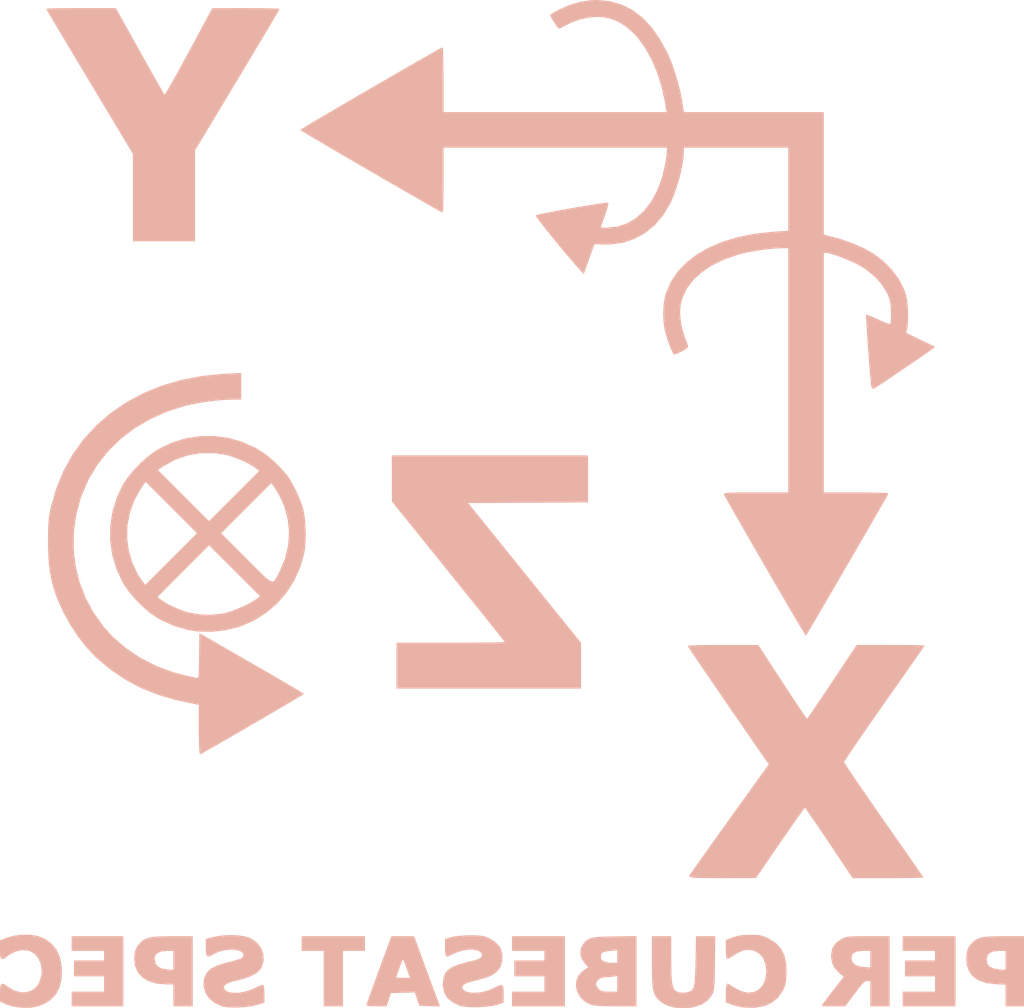
<source format=kicad_pcb>

(kicad_pcb (version 4) (host pcbnew 4.0.7)

	(general
		(links 0)
		(no_connects 0)
		(area 77.052499 41.877835 92.193313 53.630501)
		(thickness 1.6)
		(drawings 8)
		(tracks 0)
		(zones 0)
		(modules 1)
		(nets 1)
	)

	(page A4)
	(layers
		(0 F.Cu signal)
		(31 B.Cu signal)
		(32 B.Adhes user)
		(33 F.Adhes user)
		(34 B.Paste user)
		(35 F.Paste user)
		(36 B.SilkS user)
		(37 F.SilkS user)
		(38 B.Mask user)
		(39 F.Mask user)
		(40 Dwgs.User user)
		(41 Cmts.User user)
		(42 Eco1.User user)
		(43 Eco2.User user)
		(44 Edge.Cuts user)
		(45 Margin user)
		(46 B.CrtYd user)
		(47 F.CrtYd user)
		(48 B.Fab user)
		(49 F.Fab user)
	)

	(setup
		(last_trace_width 0.25)
		(trace_clearance 0.2)
		(zone_clearance 0.508)
		(zone_45_only no)
		(trace_min 0.2)
		(segment_width 0.2)
		(edge_width 0.15)
		(via_size 0.6)
		(via_drill 0.4)
		(via_min_size 0.4)
		(via_min_drill 0.3)
		(uvia_size 0.3)
		(uvia_drill 0.1)
		(uvias_allowed no)
		(uvia_min_size 0.2)
		(uvia_min_drill 0.1)
		(pcb_text_width 0.3)
		(pcb_text_size 1.5 1.5)
		(mod_edge_width 0.15)
		(mod_text_size 1 1)
		(mod_text_width 0.15)
		(pad_size 1.524 1.524)
		(pad_drill 0.762)
		(pad_to_mask_clearance 0.2)
		(aux_axis_origin 0 0)
		(visible_elements FFFFFF7F)
		(pcbplotparams
			(layerselection 0x010f0_80000001)
			(usegerberextensions false)
			(excludeedgelayer true)
			(linewidth 0.100000)
			(plotframeref false)
			(viasonmask false)
			(mode 1)
			(useauxorigin false)
			(hpglpennumber 1)
			(hpglpenspeed 20)
			(hpglpendiameter 15)
			(hpglpenoverlay 2)
			(psnegative false)
			(psa4output false)
			(plotreference true)
			(plotvalue true)
			(plotinvisibletext false)
			(padsonsilk false)
			(subtractmaskfromsilk false)
			(outputformat 1)
			(mirror false)
			(drillshape 1)
			(scaleselection 1)
			(outputdirectory gerbers/))
	)

	(net 0 "")

	(net_class Default "This is the default net class."
		(clearance 0.2)
		(trace_width 0.25)
		(via_dia 0.6)
		(via_drill 0.4)
		(uvia_dia 0.3)
		(uvia_drill 0.1)
	)
(module LOGO (layer F.Cu)
  (at 0 0)
 (fp_text reference "G***" (at 0 0) (layer F.SilkS) hide
  (effects (font (thickness 0.3)))
  )
  (fp_text value "LOGO" (at 0.75 0) (layer F.SilkS) hide
  (effects (font (thickness 0.3)))
  )
  (fp_poly (pts (xy -6.211839 4.125176) (xy -6.125279 4.139888) (xy -6.062319 4.163345) (xy -5.985969 4.215472) (xy -5.928754 4.284224) (xy -5.890630 4.369676) (xy -5.871553 4.471901) (xy -5.870220 4.490610)
     (xy -5.872760 4.601234) (xy -5.894018 4.694956) (xy -5.934275 4.772346) (xy -5.993814 4.833978) (xy -6.060303 4.874644) (xy -6.135241 4.903395) (xy -6.212463 4.917263) (xy -6.300093 4.917339)
     (xy -6.346299 4.913023) (xy -6.400519 4.903459) (xy -6.454778 4.888786) (xy -6.482824 4.878341) (xy -6.540500 4.852828) (xy -6.540500 4.756864) (xy -6.538904 4.702573) (xy -6.532676 4.671323)
     (xy -6.519659 4.660871) (xy -6.497696 4.668979) (xy -6.472966 4.686747) (xy -6.399363 4.732509) (xy -6.326980 4.755452) (xy -6.258793 4.756846) (xy -6.197783 4.737960) (xy -6.146925 4.700065)
     (xy -6.109199 4.644430) (xy -6.087583 4.572325) (xy -6.083579 4.520715) (xy -6.093213 4.440098) (xy -6.120953 4.374021) (xy -6.164025 4.324471) (xy -6.219651 4.293436) (xy -6.285055 4.282902)
     (xy -6.357462 4.294859) (xy -6.384803 4.305092) (xy -6.425619 4.325286) (xy -6.459161 4.346461) (xy -6.471713 4.357274) (xy -6.497304 4.376017) (xy -6.517069 4.381500) (xy -6.528944 4.378778)
     (xy -6.535988 4.367208) (xy -6.539413 4.341685) (xy -6.540432 4.297103) (xy -6.540453 4.283075) (xy -6.540405 4.184650) (xy -6.484407 4.161623) (xy -6.399095 4.136012) (xy -6.305675 4.123873)
     (xy -6.211839 4.125176) )(layer B.SilkS) (width  0.010000)
  )
  (fp_poly (pts (xy 0.825570 4.384675) (xy 0.826328 4.487947) (xy 0.828841 4.568906) (xy 0.833570 4.630605) (xy 0.840976 4.676098) (xy 0.851519 4.708438) (xy 0.865659 4.730678) (xy 0.879619 4.743075)
     (xy 0.917942 4.757892) (xy 0.967547 4.761823) (xy 1.016576 4.754456) (xy 1.033051 4.748399) (xy 1.052975 4.737095) (xy 1.068427 4.721444) (xy 1.080048 4.698259) (xy 1.088479 4.664353)
     (xy 1.094361 4.616538) (xy 1.098333 4.551627) (xy 1.101038 4.466432) (xy 1.102328 4.403725) (xy 1.107119 4.140200) (xy 1.309788 4.140200) (xy 1.305769 4.435475) (xy 1.304422 4.529517)
     (xy 1.303013 4.601799) (xy 1.301152 4.655960) (xy 1.298450 4.695636) (xy 1.294518 4.724466) (xy 1.288968 4.746088) (xy 1.281409 4.764140) (xy 1.271454 4.782260) (xy 1.268070 4.788036)
     (xy 1.224133 4.842824) (xy 1.164316 4.882452) (xy 1.085485 4.908826) (xy 1.061292 4.913783) (xy 1.003905 4.922808) (xy 0.956940 4.925409) (xy 0.907700 4.921635) (xy 0.860998 4.914541)
     (xy 0.794754 4.895849) (xy 0.733750 4.865154) (xy 0.686714 4.827172) (xy 0.676416 4.814770) (xy 0.659458 4.789123) (xy 0.646409 4.761831) (xy 0.636771 4.729249) (xy 0.630048 4.687732)
     (xy 0.625743 4.633636) (xy 0.623359 4.563316) (xy 0.622400 4.473128) (xy 0.622300 4.417704) (xy 0.622300 4.140200) (xy 0.825500 4.140200) (xy 0.825570 4.384675) )(layer B.SilkS) (width  0.010000)
  )
  (fp_poly (pts (xy 1.757527 4.125278) (xy 1.799935 4.128792) (xy 1.835120 4.137083) (xy 1.872156 4.151978) (xy 1.899616 4.165128) (xy 1.975754 4.213093) (xy 2.032233 4.273293) (xy 2.069996 4.347612)
     (xy 2.089988 4.437936) (xy 2.093153 4.546148) (xy 2.092933 4.551089) (xy 2.088376 4.615362) (xy 2.080556 4.663133) (xy 2.067563 4.703266) (xy 2.053813 4.732640) (xy 2.001984 4.807399)
     (xy 1.933474 4.863369) (xy 1.849040 4.900230) (xy 1.749439 4.917663) (xy 1.635427 4.915346) (xy 1.624690 4.914181) (xy 1.570900 4.904859) (xy 1.515882 4.890607) (xy 1.494515 4.883340)
     (xy 1.435100 4.860649) (xy 1.435100 4.760774) (xy 1.436436 4.714037) (xy 1.439984 4.679003) (xy 1.445050 4.661733) (xy 1.446523 4.660900) (xy 1.462374 4.667522) (xy 1.492104 4.684744)
     (xy 1.523307 4.704884) (xy 1.599156 4.744327) (xy 1.671206 4.760163) (xy 1.736741 4.753788) (xy 1.793046 4.726594) (xy 1.837404 4.679977) (xy 1.867099 4.615332) (xy 1.879416 4.534052)
     (xy 1.879600 4.521949) (xy 1.869994 4.440532) (xy 1.842660 4.373592) (xy 1.799823 4.323261) (xy 1.743710 4.291671) (xy 1.676544 4.280953) (xy 1.632533 4.285302) (xy 1.597730 4.297055)
     (xy 1.554038 4.318724) (xy 1.523307 4.337515) (xy 1.487204 4.360654) (xy 1.459055 4.376586) (xy 1.446523 4.381500) (xy 1.441197 4.369809) (xy 1.437195 4.338763) (xy 1.435204 4.294397)
     (xy 1.435100 4.280812) (xy 1.435100 4.180124) (xy 1.508125 4.152675) (xy 1.559600 4.136935) (xy 1.615731 4.128114) (xy 1.686000 4.124820) (xy 1.698819 4.124715) (xy 1.757527 4.125278) )(layer B.SilkS) (width  0.010000)
  )
  (fp_poly (pts (xy -3.954911 4.129417) (xy -3.879411 4.137196) (xy -3.817287 4.151237) (xy -3.789373 4.162555) (xy -3.726127 4.207767) (xy -3.681398 4.265289) (xy -3.656494 4.330765) (xy -3.652725 4.399839)
     (xy -3.671398 4.468155) (xy -3.688347 4.498836) (xy -3.721962 4.532053) (xy -3.776215 4.563926) (xy -3.846363 4.592208) (xy -3.927661 4.614647) (xy -3.936716 4.616586) (xy -4.008066 4.634512)
     (xy -4.055973 4.654116) (xy -4.082387 4.676450) (xy -4.089400 4.699000) (xy -4.078194 4.728637) (xy -4.047417 4.749291) (xy -4.001333 4.760761) (xy -3.944206 4.762844) (xy -3.880300 4.755338)
     (xy -3.813878 4.738040) (xy -3.757149 4.714763) (xy -3.714382 4.694617) (xy -3.679724 4.679947) (xy -3.660083 4.673656) (xy -3.659217 4.673600) (xy -3.650908 4.686007) (xy -3.646106 4.722499)
     (xy -3.644900 4.768339) (xy -3.644900 4.863079) (xy -3.728788 4.888989) (xy -3.782120 4.900862) (xy -3.849519 4.909297) (xy -3.923147 4.914000) (xy -3.995169 4.914676) (xy -4.057747 4.911030)
     (xy -4.102183 4.903033) (xy -4.182164 4.868136) (xy -4.243609 4.818761) (xy -4.284810 4.756954) (xy -4.304057 4.684762) (xy -4.305300 4.659665) (xy -4.297365 4.594413) (xy -4.272287 4.541104)
     (xy -4.228156 4.497937) (xy -4.163064 4.463113) (xy -4.075103 4.434833) (xy -4.063861 4.432022) (xy -3.990264 4.413606) (xy -3.937850 4.399182) (xy -3.902961 4.387434) (xy -3.881942 4.377048)
     (xy -3.871135 4.366709) (xy -3.868672 4.361835) (xy -3.866945 4.330506) (xy -3.885640 4.306144) (xy -3.920648 4.289134) (xy -3.967857 4.279865) (xy -4.023159 4.278724) (xy -4.082441 4.286098)
     (xy -4.141594 4.302374) (xy -4.196507 4.327939) (xy -4.200832 4.330544) (xy -4.237409 4.350840) (xy -4.260638 4.355648) (xy -4.273485 4.342407) (xy -4.278910 4.308556) (xy -4.279900 4.262218)
     (xy -4.279900 4.168336) (xy -4.190744 4.146487) (xy -4.117671 4.133778) (xy -4.036695 4.128183) (xy -3.954911 4.129417) )(layer B.SilkS) (width  0.010000)
  )
  (fp_poly (pts (xy -1.288317 4.131751) (xy -1.237677 4.137463) (xy -1.224883 4.140386) (xy -1.162411 4.165582) (xy -1.106436 4.202161) (xy -1.064000 4.244842) (xy -1.046773 4.273929) (xy -1.030694 4.336340)
     (xy -1.030301 4.401840) (xy -1.045098 4.460778) (xy -1.057578 4.484094) (xy -1.092974 4.526275) (xy -1.138177 4.559165) (xy -1.198286 4.585595) (xy -1.278400 4.608397) (xy -1.283644 4.609639)
     (xy -1.356888 4.627896) (xy -1.408471 4.643556) (xy -1.441823 4.657978) (xy -1.460373 4.672517) (xy -1.465753 4.681670) (xy -1.467257 4.712421) (xy -1.448178 4.736134) (xy -1.412443 4.752442)
     (xy -1.363978 4.760977) (xy -1.306708 4.761372) (xy -1.244560 4.753259) (xy -1.181460 4.736270) (xy -1.127563 4.713327) (xy -1.076800 4.687980) (xy -1.044381 4.676508) (xy -1.026193 4.680914)
     (xy -1.018124 4.703199) (xy -1.016063 4.745366) (xy -1.016000 4.767656) (xy -1.016000 4.861712) (xy -1.076325 4.883528) (xy -1.122884 4.895239) (xy -1.185457 4.904019) (xy -1.257043 4.909636)
     (xy -1.330640 4.911856) (xy -1.399246 4.910444) (xy -1.455858 4.905167) (xy -1.489677 4.897335) (xy -1.568766 4.860022) (xy -1.624788 4.814466) (xy -1.659356 4.758421) (xy -1.674083 4.689637)
     (xy -1.674025 4.640618) (xy -1.666117 4.585921) (xy -1.648192 4.541833) (xy -1.617336 4.506084) (xy -1.570636 4.476403) (xy -1.505182 4.450519) (xy -1.418060 4.426161) (xy -1.390530 4.419571)
     (xy -1.326839 4.403610) (xy -1.284319 4.389589) (xy -1.259059 4.375433) (xy -1.247149 4.359067) (xy -1.244600 4.342137) (xy -1.255830 4.312575) (xy -1.286460 4.291742) (xy -1.331901 4.280019)
     (xy -1.387566 4.277787) (xy -1.448866 4.285425) (xy -1.511213 4.303315) (xy -1.543651 4.317348) (xy -1.585211 4.336844) (xy -1.618613 4.350762) (xy -1.636652 4.356099) (xy -1.636684 4.356100)
     (xy -1.645025 4.343713) (xy -1.649829 4.307366) (xy -1.651000 4.262980) (xy -1.651000 4.169861) (xy -1.603375 4.153903) (xy -1.558141 4.143640) (xy -1.496211 4.136015) (xy -1.425391 4.131306)
     (xy -1.353491 4.129792) (xy -1.288317 4.131751) )(layer B.SilkS) (width  0.010000)
  )
  (fp_poly (pts (xy -5.194300 4.902200) (xy -5.753100 4.902200) (xy -5.753100 4.749800) (xy -5.397500 4.749800) (xy -5.397500 4.572000) (xy -5.727700 4.572000) (xy -5.727700 4.406900) (xy -5.397500 4.406900)
     (xy -5.397500 4.292600) (xy -5.753100 4.292600) (xy -5.753100 4.140200) (xy -5.194300 4.140200) (xy -5.194300 4.902200) )(layer B.SilkS) (width  0.010000)
  )
  (fp_poly (pts (xy -4.432300 4.902200) (xy -4.635500 4.902200) (xy -4.635500 4.660900) (xy -4.722382 4.660900) (xy -4.825337 4.652169) (xy -4.911497 4.626549) (xy -4.979797 4.584894) (xy -5.029170 4.528059)
     (xy -5.058552 4.456900) (xy -5.066826 4.385945) (xy -4.851400 4.385945) (xy -4.840916 4.437562) (xy -4.809436 4.474982) (xy -4.756917 4.498234) (xy -4.683318 4.507349) (xy -4.683125 4.507354)
     (xy -4.635500 4.508500) (xy -4.635500 4.292600) (xy -4.709988 4.292600) (xy -4.776462 4.299662) (xy -4.822153 4.320734) (xy -4.846796 4.355639) (xy -4.851400 4.385945) (xy -5.066826 4.385945)
     (xy -5.067022 4.384267) (xy -5.058843 4.306923) (xy -5.032648 4.245325) (xy -4.992433 4.200420) (xy -4.964431 4.179858) (xy -4.933295 4.164455) (xy -4.894990 4.153514) (xy -4.845483 4.146336)
     (xy -4.780739 4.142223) (xy -4.696726 4.140475) (xy -4.645025 4.140270) (xy -4.432300 4.140200) (xy -4.432300 4.902200) )(layer B.SilkS) (width  0.010000)
  )
  (fp_poly (pts (xy -2.540000 4.292600) (xy -2.781300 4.292600) (xy -2.781300 4.902200) (xy -2.984500 4.902200) (xy -2.984500 4.292600) (xy -3.225800 4.292600) (xy -3.225800 4.140200) (xy -2.540000 4.140200)
     (xy -2.540000 4.292600) )(layer B.SilkS) (width  0.010000)
  )
  (fp_poly (pts (xy -1.920289 4.352925) (xy -1.888889 4.438514) (xy -1.854627 4.531573) (xy -1.820853 4.623026) (xy -1.790914 4.703798) (xy -1.779525 4.734403) (xy -1.716622 4.903157) (xy -1.825662 4.899503)
     (xy -1.934701 4.895850) (xy -1.959148 4.822407) (xy -1.983596 4.748964) (xy -2.252184 4.756150) (xy -2.276501 4.829175) (xy -2.300817 4.902200) (xy -2.407709 4.902200) (xy -2.456233 4.901155)
     (xy -2.493261 4.898370) (xy -2.512929 4.894365) (xy -2.514633 4.892675) (xy -2.510413 4.878826) (xy -2.498441 4.844109) (xy -2.479776 4.791478) (xy -2.455478 4.723887) (xy -2.426606 4.644291)
     (xy -2.407966 4.593274) (xy -2.197100 4.593274) (xy -2.185522 4.595390) (xy -2.155268 4.596879) (xy -2.115896 4.597400) (xy -2.034692 4.597400) (xy -2.074602 4.483967) (xy -2.095407 4.428473)
     (xy -2.110712 4.396322) (xy -2.121205 4.386222) (xy -2.125007 4.389289) (xy -2.132745 4.407318) (xy -2.145504 4.440959) (xy -2.160749 4.483043) (xy -2.175946 4.526398) (xy -2.188562 4.563856)
     (xy -2.196061 4.588244) (xy -2.197100 4.593274) (xy -2.407966 4.593274) (xy -2.394217 4.555645) (xy -2.378108 4.511767) (xy -2.241550 4.140384) (xy -2.119850 4.140292) (xy -1.998149 4.140200)
     (xy -1.920289 4.352925) )(layer B.SilkS) (width  0.010000)
  )
  (fp_poly (pts (xy -0.342900 4.902200) (xy -0.914400 4.902200) (xy -0.914400 4.749800) (xy -0.558800 4.749800) (xy -0.558800 4.572000) (xy -0.889000 4.572000) (xy -0.889000 4.406900) (xy -0.558800 4.406900)
     (xy -0.558800 4.292600) (xy -0.914400 4.292600) (xy -0.914400 4.140200) (xy -0.342900 4.140200) (xy -0.342900 4.902200) )(layer B.SilkS) (width  0.010000)
  )
  (fp_poly (pts (xy 0.444500 4.902200) (xy 0.219075 4.901642) (xy 0.119781 4.900513) (xy 0.043554 4.897578) (xy -0.011886 4.892686) (xy -0.048818 4.885688) (xy -0.055566 4.883542) (xy -0.119334 4.849946)
     (xy -0.167228 4.803028) (xy -0.198513 4.747176) (xy -0.212452 4.686780) (xy -0.210721 4.661477) (xy 0.000000 4.661477) (xy 0.008610 4.687968) (xy 0.029504 4.716922) (xy 0.031172 4.718627)
     (xy 0.051270 4.735451) (xy 0.074412 4.744904) (xy 0.108420 4.749008) (xy 0.151822 4.749800) (xy 0.241300 4.749800) (xy 0.241300 4.568547) (xy 0.182377 4.576623) (xy 0.137692 4.581656)
     (xy 0.097168 4.584479) (xy 0.087127 4.584700) (xy 0.048774 4.594670) (xy 0.017257 4.619754) (xy 0.000798 4.652705) (xy 0.000000 4.661477) (xy -0.210721 4.661477) (xy -0.208308 4.626230)
     (xy -0.185344 4.569913) (xy -0.142824 4.522221) (xy -0.118966 4.505823) (xy -0.074700 4.479705) (xy -0.105649 4.446477) (xy -0.147865 4.387342) (xy -0.154352 4.364904) (xy 0.050994 4.364904)
     (xy 0.062326 4.397067) (xy 0.095112 4.419603) (xy 0.146772 4.431100) (xy 0.174275 4.432300) (xy 0.241300 4.432300) (xy 0.241300 4.285673) (xy 0.158073 4.292656) (xy 0.104614 4.299793)
     (xy 0.071949 4.312259) (xy 0.055576 4.333093) (xy 0.050994 4.364904) (xy -0.154352 4.364904) (xy -0.165048 4.327916) (xy -0.157087 4.268991) (xy -0.136051 4.227803) (xy -0.116651 4.201610)
     (xy -0.095865 4.181671) (xy -0.069985 4.167063) (xy -0.035303 4.156864) (xy 0.011888 4.150150) (xy 0.075297 4.146000) (xy 0.158632 4.143490) (xy 0.206375 4.142605) (xy 0.444500 4.138660)
     (xy 0.444500 4.902200) )(layer B.SilkS) (width  0.010000)
  )
  (fp_poly (pts (xy 3.225800 4.902200) (xy 3.022600 4.902200) (xy 3.022600 4.622800) (xy 2.985827 4.622800) (xy 2.969107 4.625138) (xy 2.951981 4.634250) (xy 2.931278 4.653277) (xy 2.903824 4.685363)
     (xy 2.866447 4.733650) (xy 2.844800 4.762500) (xy 2.740544 4.902200) (xy 2.614872 4.902200) (xy 2.561862 4.901748) (xy 2.519902 4.900530) (xy 2.494395 4.898754) (xy 2.489200 4.897387)
     (xy 2.496575 4.886231) (xy 2.516927 4.858597) (xy 2.547591 4.818025) (xy 2.585906 4.768051) (xy 2.610045 4.736847) (xy 2.730891 4.581121) (xy 2.678243 4.536056) (xy 2.627937 4.481816)
     (xy 2.599826 4.421478) (xy 2.594628 4.379286) (xy 2.806700 4.379286) (xy 2.817666 4.422716) (xy 2.850685 4.454177) (xy 2.905934 4.473776) (xy 2.974975 4.481370) (xy 3.022600 4.483100)
     (xy 3.022600 4.292600) (xy 2.940050 4.292600) (xy 2.876705 4.298034) (xy 2.834651 4.315142) (xy 2.812038 4.345124) (xy 2.806700 4.379286) (xy 2.594628 4.379286) (xy 2.590808 4.348293)
     (xy 2.590800 4.345686) (xy 2.601979 4.277021) (xy 2.635497 4.220437) (xy 2.691321 4.175982) (xy 2.704718 4.168775) (xy 2.726584 4.158570) (xy 2.748655 4.151124) (xy 2.775286 4.146007)
     (xy 2.810830 4.142787) (xy 2.859641 4.141034) (xy 2.926072 4.140317) (xy 2.993540 4.140200) (xy 3.225800 4.140200) (xy 3.225800 4.902200) )(layer B.SilkS) (width  0.010000)
  )
  (fp_poly (pts (xy 3.949700 4.902200) (xy 3.378200 4.902200) (xy 3.378200 4.749800) (xy 3.733800 4.749800) (xy 3.733800 4.572000) (xy 3.403600 4.572000) (xy 3.403600 4.406900) (xy 3.733800 4.406900)
     (xy 3.733800 4.292600) (xy 3.378200 4.292600) (xy 3.378200 4.140200) (xy 3.949700 4.140200) (xy 3.949700 4.902200) )(layer B.SilkS) (width  0.010000)
  )
  (fp_poly (pts (xy 4.711700 4.902200) (xy 4.508500 4.902200) (xy 4.508500 4.664360) (xy 4.391025 4.658190) (xy 4.288725 4.644882) (xy 4.206850 4.616618) (xy 4.145109 4.573143) (xy 4.103213 4.514203)
     (xy 4.080872 4.439542) (xy 4.077520 4.392907) (xy 4.292600 4.392907) (xy 4.300734 4.439787) (xy 4.326389 4.473335) (xy 4.371444 4.494822) (xy 4.437776 4.505519) (xy 4.460875 4.506770)
     (xy 4.508500 4.508500) (xy 4.508500 4.292600) (xy 4.434012 4.292600) (xy 4.368408 4.299061) (xy 4.323736 4.318959) (xy 4.298910 4.353062) (xy 4.292600 4.392907) (xy 4.077520 4.392907)
     (xy 4.076700 4.381500) (xy 4.082665 4.311344) (xy 4.102353 4.256946) (xy 4.138449 4.211183) (xy 4.142341 4.207481) (xy 4.169862 4.184611) (xy 4.199444 4.167485) (xy 4.235171 4.155308)
     (xy 4.281127 4.147288) (xy 4.341397 4.142634) (xy 4.420065 4.140551) (xy 4.489042 4.140200) (xy 4.711700 4.140200) (xy 4.711700 4.902200) )(layer B.SilkS) (width  0.010000)
  )
  (fp_poly (pts (xy 3.332291 0.939994) (xy 3.417260 0.940544) (xy 3.490270 0.941399) (xy 3.548164 0.942509) (xy 3.587783 0.943823) (xy 3.605971 0.945291) (xy 3.606800 0.945686) (xy 3.599687 0.956838)
     (xy 3.579191 0.986930) (xy 3.546577 1.034152) (xy 3.503107 1.096694) (xy 3.450045 1.172743) (xy 3.388655 1.260488) (xy 3.320200 1.358120) (xy 3.245944 1.463826) (xy 3.167151 1.575797)
     (xy 3.165944 1.577511) (xy 3.086975 1.689944) (xy 3.012545 1.796519) (xy 2.943923 1.895378) (xy 2.882378 1.984665) (xy 2.829179 2.062521) (xy 2.785596 2.127090) (xy 2.752896 2.176513)
     (xy 2.732351 2.208935) (xy 2.725227 2.222496) (xy 2.725227 2.222500) (xy 2.732362 2.236077) (xy 2.752866 2.268538) (xy 2.785466 2.318010) (xy 2.828889 2.382620) (xy 2.881861 2.460498)
     (xy 2.943111 2.549770) (xy 3.011365 2.648565) (xy 3.085350 2.755012) (xy 3.159733 2.861444) (xy 3.237854 2.973024) (xy 3.311465 3.078338) (xy 3.379300 3.175564) (xy 3.440092 3.262878)
     (xy 3.492576 3.338457) (xy 3.535483 3.400476) (xy 3.567549 3.447112) (xy 3.587507 3.476542) (xy 3.594100 3.486919) (xy 3.581915 3.488311) (xy 3.547419 3.489576) (xy 3.493704 3.490669)
     (xy 3.423857 3.491546) (xy 3.340969 3.492162) (xy 3.248130 3.492471) (xy 3.209492 3.492500) (xy 2.824884 3.492500) (xy 2.565815 3.105150) (xy 2.506636 3.016985) (xy 2.451776 2.935862)
     (xy 2.402848 2.864123) (xy 2.361467 2.804107) (xy 2.329248 2.758156) (xy 2.307804 2.728610) (xy 2.298749 2.717809) (xy 2.298684 2.717800) (xy 2.289918 2.727907) (xy 2.268478 2.756688)
     (xy 2.236000 2.801830) (xy 2.194119 2.861021) (xy 2.144472 2.931948) (xy 2.088693 3.012298) (xy 2.028418 3.099760) (xy 2.024786 3.105050) (xy 1.758950 3.492301) (xy 1.392466 3.492400)
     (xy 1.285968 3.492316) (xy 1.202268 3.491903) (xy 1.138764 3.491016) (xy 1.092854 3.489509) (xy 1.061935 3.487237) (xy 1.043407 3.484055) (xy 1.034667 3.479817) (xy 1.033114 3.474378)
     (xy 1.033708 3.472366) (xy 1.042353 3.458628) (xy 1.064520 3.426170) (xy 1.098877 3.376877) (xy 1.144090 3.312631) (xy 1.198827 3.235316) (xy 1.261755 3.146815) (xy 1.331540 3.049012)
     (xy 1.406851 2.943790) (xy 1.474848 2.849041) (xy 1.908261 2.245850) (xy 1.883667 2.211950) (xy 1.864054 2.184368) (xy 1.833009 2.140008) (xy 1.792045 2.081077) (xy 1.742673 2.009778)
     (xy 1.686409 1.928316) (xy 1.624763 1.838897) (xy 1.559250 1.743725) (xy 1.491383 1.645005) (xy 1.422673 1.544941) (xy 1.354635 1.445739) (xy 1.288782 1.349604) (xy 1.226625 1.258739)
     (xy 1.169679 1.175351) (xy 1.119457 1.101643) (xy 1.077470 1.039821) (xy 1.045233 0.992090) (xy 1.024259 0.960654) (xy 1.016059 0.947717) (xy 1.016000 0.947535) (xy 1.028184 0.945611)
     (xy 1.062677 0.943874) (xy 1.116387 0.942385) (xy 1.186222 0.941204) (xy 1.269092 0.940393) (xy 1.361904 0.940011) (xy 1.400175 0.939992) (xy 1.784350 0.940184) (xy 2.049416 1.346392)
     (xy 2.108787 1.437059) (xy 2.163934 1.520663) (xy 2.213303 1.594896) (xy 2.255342 1.657448) (xy 2.288496 1.706013) (xy 2.311213 1.738280) (xy 2.321939 1.751941) (xy 2.322466 1.752247)
     (xy 2.331035 1.741951) (xy 2.352033 1.712755) (xy 2.383892 1.666954) (xy 2.425041 1.606842) (xy 2.473912 1.534715) (xy 2.528935 1.452866) (xy 2.588543 1.363591) (xy 2.600345 1.345847)
     (xy 2.870240 0.939800) (xy 3.238520 0.939800) (xy 3.332291 0.939994) )(layer B.SilkS) (width  0.010000)
  )
  (fp_poly (pts (xy -3.898900 -1.765300) (xy -3.999850 -1.765300) (xy -4.094539 -1.761511) (xy -4.204009 -1.750986) (xy -4.318933 -1.734990) (xy -4.429985 -1.714788) (xy -4.512193 -1.695821) (xy -4.712407 -1.632149)
     (xy -4.898491 -1.549334) (xy -5.069272 -1.448416) (xy -5.223575 -1.330432) (xy -5.360227 -1.196423) (xy -5.478057 -1.047427) (xy -5.575890 -0.884482) (xy -5.652553 -0.708629) (xy -5.663951 -0.675871)
     (xy -5.713269 -0.490386) (xy -5.738423 -0.302989) (xy -5.739932 -0.115915) (xy -5.718314 0.068601) (xy -5.674088 0.248321) (xy -5.607773 0.421012) (xy -5.519887 0.584435) (xy -5.410948 0.736357)
     (xy -5.310924 0.846196) (xy -5.166785 0.971498) (xy -5.005589 1.079844) (xy -4.830618 1.169490) (xy -4.645159 1.238690) (xy -4.502150 1.275911) (xy -4.451780 1.286812) (xy -4.409190 1.296317)
     (xy -4.381999 1.302719) (xy -4.378597 1.303608) (xy -4.371026 1.303917) (xy -4.365326 1.297989) (xy -4.361163 1.282645) (xy -4.358205 1.254704) (xy -4.356120 1.210985) (xy -4.354572 1.148309)
     (xy -4.353231 1.063495) (xy -4.353197 1.060996) (xy -4.349750 0.812353) (xy -3.781806 1.139601) (xy -3.672256 1.202843) (xy -3.569644 1.262311) (xy -3.476024 1.316797) (xy -3.393454 1.365094)
     (xy -3.323990 1.405994) (xy -3.269686 1.438289) (xy -3.232598 1.460774) (xy -3.214783 1.472238) (xy -3.213481 1.473415) (xy -3.224008 1.480539) (xy -3.254036 1.498890) (xy -3.301061 1.527009)
     (xy -3.362579 1.563438) (xy -3.436084 1.606721) (xy -3.519072 1.655400) (xy -3.609037 1.708017) (xy -3.703476 1.763114) (xy -3.799883 1.819235) (xy -3.895754 1.874921) (xy -3.988584 1.928715)
     (xy -4.075868 1.979160) (xy -4.155101 2.024797) (xy -4.223778 2.064171) (xy -4.279395 2.095822) (xy -4.319447 2.118293) (xy -4.341429 2.130127) (xy -4.344380 2.131483) (xy -4.348150 2.120685)
     (xy -4.351322 2.087158) (xy -4.353779 2.033568) (xy -4.355406 1.962581) (xy -4.356087 1.876862) (xy -4.356100 1.862183) (xy -4.356100 1.588650) (xy -4.403725 1.580297) (xy -4.621601 1.534092)
     (xy -4.820012 1.474712) (xy -5.002028 1.400702) (xy -5.170721 1.310604) (xy -5.329162 1.202962) (xy -5.480421 1.076317) (xy -5.495516 1.062321) (xy -5.589547 0.963214) (xy -5.681708 0.845279)
     (xy -5.767840 0.714986) (xy -5.843782 0.578805) (xy -5.905375 0.443204) (xy -5.922081 0.399018) (xy -5.955984 0.295517) (xy -5.980988 0.197148) (xy -5.998133 0.097126) (xy -6.008461 -0.011337)
     (xy -6.013011 -0.135026) (xy -6.013450 -0.196850) (xy -6.013017 -0.288300) (xy -6.011407 -0.360231) (xy -6.008154 -0.418518) (xy -6.002792 -0.469032) (xy -5.994857 -0.517646) (xy -5.983882 -0.570232)
     (xy -5.983829 -0.570469) (xy -5.924871 -0.778802) (xy -5.844749 -0.973885) (xy -5.744390 -1.155010) (xy -5.624718 -1.321465) (xy -5.486660 -1.472541) (xy -5.331142 -1.607527) (xy -5.159089 -1.725714)
     (xy -4.971427 -1.826392) (xy -4.769081 -1.908850) (xy -4.552978 -1.972378) (xy -4.324043 -2.016267) (xy -4.083201 -2.039806) (xy -4.067175 -2.040613) (xy -3.898900 -2.048618) (xy -3.898900 -1.765300) )(layer B.SilkS) (width  0.010000)
  )
  (fp_poly (pts (xy -0.088900 -0.635227) (xy -0.749815 -0.631939) (xy -1.410729 -0.628650) (xy -0.787915 0.142187) (xy -0.165100 0.913024) (xy -0.165100 1.409700) (xy -2.184400 1.409700) (xy -2.184400 0.914400)
     (xy -1.587500 0.914400) (xy -1.467093 0.914259) (xy -1.354810 0.913858) (xy -1.253132 0.913224) (xy -1.164539 0.912385) (xy -1.091511 0.911369) (xy -1.036527 0.910205) (xy -1.002069 0.908922)
     (xy -0.990600 0.907595) (xy -0.998380 0.896874) (xy -1.020912 0.867910) (xy -1.056984 0.822218) (xy -1.105388 0.761313) (xy -1.164911 0.686709) (xy -1.234344 0.599921) (xy -1.312476 0.502463)
     (xy -1.398095 0.395851) (xy -1.489992 0.281598) (xy -1.586955 0.161221) (xy -1.612351 0.129720) (xy -2.234102 -0.641350) (xy -2.235200 -1.143000) (xy -0.088900 -1.143000) (xy -0.088900 -0.635227) )(layer B.SilkS) (width  0.010000)
  )
  (fp_poly (pts (xy 0.153359 -6.134941) (xy 0.281196 -6.099357) (xy 0.400082 -6.040034) (xy 0.510030 -5.956964) (xy 0.611055 -5.850133) (xy 0.703170 -5.719531) (xy 0.786390 -5.565146) (xy 0.816800 -5.497641)
     (xy 0.842786 -5.430030) (xy 0.870250 -5.346922) (xy 0.896841 -5.256622) (xy 0.920206 -5.167432) (xy 0.937995 -5.087658) (xy 0.945865 -5.041900) (xy 0.952425 -4.997901) (xy 0.958957 -4.958437)
     (xy 0.960538 -4.949825) (xy 0.967218 -4.914900) (xy 2.501900 -4.914900) (xy 2.501900 -3.569184) (xy 2.536825 -3.561385) (xy 2.681638 -3.523281) (xy 2.819213 -3.475926) (xy 2.943639 -3.421629)
     (xy 3.049007 -3.362696) (xy 3.054350 -3.359224) (xy 3.158970 -3.279288) (xy 3.250590 -3.186600) (xy 3.325954 -3.085375) (xy 3.381807 -2.979826) (xy 3.408998 -2.900117) (xy 3.419095 -2.843815)
     (xy 3.425635 -2.772917) (xy 3.428406 -2.696261) (xy 3.427197 -2.622681) (xy 3.421796 -2.561014) (xy 3.417645 -2.538205) (xy 3.406897 -2.491959) (xy 3.722935 -2.339493) (xy 3.680742 -2.308342)
     (xy 3.650887 -2.286925) (xy 3.606167 -2.255650) (xy 3.549830 -2.216717) (xy 3.485119 -2.172326) (xy 3.415283 -2.124677) (xy 3.343566 -2.075969) (xy 3.273214 -2.028401) (xy 3.207474 -1.984173)
     (xy 3.149590 -1.945485) (xy 3.102810 -1.914536) (xy 3.070379 -1.893526) (xy 3.055542 -1.884653) (xy 3.055419 -1.884603) (xy 3.042556 -1.886978) (xy 3.033969 -1.908656) (xy 3.030024 -1.932573)
     (xy 3.026163 -1.967807) (xy 3.021279 -2.020708) (xy 3.015644 -2.087481) (xy 3.009529 -2.164330) (xy 3.003204 -2.247461) (xy 2.996940 -2.333079) (xy 2.991007 -2.417388) (xy 2.985677 -2.496595)
     (xy 2.981219 -2.566903) (xy 2.977905 -2.624518) (xy 2.976005 -2.665645) (xy 2.975790 -2.686488) (xy 2.976130 -2.688264) (xy 2.989179 -2.685512) (xy 3.020179 -2.673718) (xy 3.064199 -2.654874)
     (xy 3.106095 -2.635773) (xy 3.166218 -2.609275) (xy 3.210772 -2.593021) (xy 3.237090 -2.587916) (xy 3.242340 -2.589561) (xy 3.246916 -2.606640) (xy 3.249606 -2.642985) (xy 3.250107 -2.692510)
     (xy 3.249181 -2.727305) (xy 3.245754 -2.789727) (xy 3.240045 -2.835710) (xy 3.230042 -2.874212) (xy 3.213732 -2.914192) (xy 3.201417 -2.939908) (xy 3.144876 -3.029951) (xy 3.067611 -3.115691)
     (xy 2.974298 -3.192462) (xy 2.902930 -3.237805) (xy 2.850130 -3.264974) (xy 2.786939 -3.293423) (xy 2.719286 -3.320925) (xy 2.653100 -3.345253) (xy 2.594311 -3.364180) (xy 2.548849 -3.375480)
     (xy 2.530475 -3.377671) (xy 2.501900 -3.378200) (xy 2.501900 -0.736600) (xy 2.858558 -0.736600) (xy 2.950515 -0.736247) (xy 3.033384 -0.735249) (xy 3.104007 -0.733699) (xy 3.159227 -0.731691)
     (xy 3.195885 -0.729317) (xy 3.210825 -0.726670) (xy 3.210983 -0.726213) (xy 3.202735 -0.710506) (xy 3.183157 -0.675455) (xy 3.153493 -0.623200) (xy 3.114985 -0.555881) (xy 3.068878 -0.475638)
     (xy 3.016413 -0.384610) (xy 2.958836 -0.284938) (xy 2.897388 -0.178761) (xy 2.833313 -0.068218) (xy 2.767854 0.044550) (xy 2.702255 0.157403) (xy 2.637758 0.268202) (xy 2.575608 0.374806)
     (xy 2.517046 0.475077) (xy 2.463318 0.566873) (xy 2.415665 0.648056) (xy 2.375331 0.716486) (xy 2.343559 0.770022) (xy 2.321593 0.806525) (xy 2.310675 0.823855) (xy 2.309716 0.825002)
     (xy 2.302183 0.814375) (xy 2.283023 0.783505) (xy 2.253280 0.734165) (xy 2.213998 0.668125) (xy 2.166219 0.587157) (xy 2.110988 0.493034) (xy 2.049347 0.387526) (xy 1.982341 0.272407)
     (xy 1.911012 0.149446) (xy 1.862344 0.065327) (xy 1.788576 -0.062411) (xy 1.718465 -0.184007) (xy 1.653064 -0.297627) (xy 1.593421 -0.401437) (xy 1.540589 -0.493602) (xy 1.495618 -0.572287)
     (xy 1.459557 -0.635658) (xy 1.433460 -0.681881) (xy 1.418375 -0.709121) (xy 1.414993 -0.715723) (xy 1.414425 -0.721852) (xy 1.419740 -0.726658) (xy 1.433592 -0.730299) (xy 1.458632 -0.732934)
     (xy 1.497515 -0.734722) (xy 1.552891 -0.735821) (xy 1.627413 -0.736391) (xy 1.723735 -0.736589) (xy 1.763941 -0.736600) (xy 2.120900 -0.736600) (xy 2.120900 -3.429000) (xy 2.045350 -3.429000)
     (xy 1.969033 -3.425634) (xy 1.877211 -3.416406) (xy 1.778744 -3.402622) (xy 1.682494 -3.385587) (xy 1.597324 -3.366607) (xy 1.567995 -3.358663) (xy 1.413261 -3.305029) (xy 1.278045 -3.239794)
     (xy 1.163178 -3.163693) (xy 1.069491 -3.077461) (xy 0.997815 -2.981831) (xy 0.948980 -2.877540) (xy 0.927535 -2.792219) (xy 0.922862 -2.715381) (xy 0.930192 -2.625919) (xy 0.948304 -2.532892)
     (xy 0.973348 -2.452193) (xy 0.990101 -2.407492) (xy 1.003683 -2.370561) (xy 1.011166 -2.349364) (xy 1.011182 -2.349314) (xy 1.005860 -2.332951) (xy 0.979052 -2.312666) (xy 0.946568 -2.295339)
     (xy 0.907556 -2.277056) (xy 0.877392 -2.264472) (xy 0.864241 -2.260600) (xy 0.853967 -2.271896) (xy 0.838685 -2.302162) (xy 0.820440 -2.345966) (xy 0.801277 -2.397878) (xy 0.783241 -2.452467)
     (xy 0.768376 -2.504302) (xy 0.761443 -2.533650) (xy 0.749484 -2.620510) (xy 0.746474 -2.716158) (xy 0.752113 -2.810823) (xy 0.766104 -2.894734) (xy 0.773306 -2.921000) (xy 0.825208 -3.044839)
     (xy 0.899363 -3.158023) (xy 0.994696 -3.259943) (xy 1.110131 -3.349991) (xy 1.244593 -3.427557) (xy 1.397007 -3.492035) (xy 1.566296 -3.542815) (xy 1.751385 -3.579288) (xy 1.951200 -3.600846)
     (xy 1.977714 -3.602494) (xy 2.120900 -3.610672) (xy 2.120900 -4.533900) (xy 0.965200 -4.533900) (xy 0.965159 -4.486275) (xy 0.959600 -4.409359) (xy 0.944261 -4.316829) (xy 0.920982 -4.215658)
     (xy 0.891602 -4.112818) (xy 0.857958 -4.015283) (xy 0.821890 -3.930027) (xy 0.814536 -3.915040) (xy 0.737804 -3.787910) (xy 0.646688 -3.680980) (xy 0.542347 -3.594958) (xy 0.425936 -3.530551)
     (xy 0.298614 -3.488465) (xy 0.161537 -3.469409) (xy 0.084354 -3.468923) (xy -0.016858 -3.472759) (xy -0.074989 -3.309816) (xy -0.133120 -3.146874) (xy -0.181794 -3.201723) (xy -0.237125 -3.264898)
     (xy -0.296306 -3.333909) (xy -0.357199 -3.406117) (xy -0.417669 -3.478882) (xy -0.475578 -3.549566) (xy -0.528790 -3.615531) (xy -0.575168 -3.674138) (xy -0.612574 -3.722748) (xy -0.638873 -3.758723)
     (xy -0.651927 -3.779424) (xy -0.652753 -3.783293) (xy -0.637403 -3.788324) (xy -0.601004 -3.796642) (xy -0.547253 -3.807603) (xy -0.479844 -3.820564) (xy -0.402473 -3.834882) (xy -0.318836 -3.849912)
     (xy -0.232630 -3.865010) (xy -0.147549 -3.879534) (xy -0.067290 -3.892840) (xy 0.004452 -3.904283) (xy 0.063981 -3.913221) (xy 0.107600 -3.919009) (xy 0.131615 -3.921004) (xy 0.135037 -3.920496)
     (xy 0.134268 -3.906013) (xy 0.125978 -3.873019) (xy 0.111635 -3.826762) (xy 0.096918 -3.784097) (xy 0.078111 -3.731263) (xy 0.063003 -3.687924) (xy 0.053371 -3.659230) (xy 0.050800 -3.650299)
     (xy 0.062316 -3.647422) (xy 0.092139 -3.645524) (xy 0.123825 -3.645051) (xy 0.239358 -3.657389) (xy 0.347086 -3.693295) (xy 0.445934 -3.751842) (xy 0.534821 -3.832105) (xy 0.612672 -3.933158)
     (xy 0.678409 -4.054075) (xy 0.718736 -4.156137) (xy 0.736858 -4.216490) (xy 0.754327 -4.287202) (xy 0.769550 -4.360357) (xy 0.780935 -4.428041) (xy 0.786891 -4.482338) (xy 0.787400 -4.497464)
     (xy 0.787400 -4.533900) (xy -1.676400 -4.533900) (xy -1.676400 -4.178300) (xy -1.676691 -4.086226) (xy -1.677511 -4.003008) (xy -1.678783 -3.931862) (xy -1.680432 -3.875999) (xy -1.682380 -3.838633)
     (xy -1.684551 -3.822978) (xy -1.684887 -3.822700) (xy -1.697733 -3.828884) (xy -1.730239 -3.846606) (xy -1.780263 -3.874624) (xy -1.845664 -3.911695) (xy -1.924301 -3.956577) (xy -2.014032 -4.008028)
     (xy -2.112717 -4.064805) (xy -2.218214 -4.125666) (xy -2.328382 -4.189367) (xy -2.441079 -4.254667) (xy -2.554165 -4.320323) (xy -2.665499 -4.385093) (xy -2.772938 -4.447733) (xy -2.874342 -4.507003)
     (xy -2.967571 -4.561658) (xy -3.050481 -4.610457) (xy -3.120933 -4.652157) (xy -3.176785 -4.685515) (xy -3.215896 -4.709290) (xy -3.236125 -4.722238) (xy -3.238500 -4.724228) (xy -3.227846 -4.731691)
     (xy -3.197308 -4.750566) (xy -3.149030 -4.779609) (xy -3.085150 -4.817577) (xy -3.007812 -4.863228) (xy -2.919154 -4.915319) (xy -2.821319 -4.972607) (xy -2.716448 -5.033848) (xy -2.606680 -5.097801)
     (xy -2.494158 -5.163221) (xy -2.381022 -5.228866) (xy -2.269413 -5.293494) (xy -2.161473 -5.355861) (xy -2.059341 -5.414724) (xy -1.965159 -5.468841) (xy -1.881069 -5.516968) (xy -1.809210 -5.557863)
     (xy -1.751724 -5.590282) (xy -1.710753 -5.612983) (xy -1.688435 -5.624723) (xy -1.685005 -5.626100) (xy -1.682777 -5.613936) (xy -1.680763 -5.579585) (xy -1.679042 -5.526261) (xy -1.677690 -5.457177)
     (xy -1.676786 -5.375546) (xy -1.676407 -5.284581) (xy -1.676400 -5.270500) (xy -1.676400 -4.914900) (xy 0.783882 -4.914900) (xy 0.767102 -5.019675) (xy 0.732600 -5.184928) (xy 0.683943 -5.342755)
     (xy 0.622829 -5.489363) (xy 0.550955 -5.620962) (xy 0.470019 -5.733759) (xy 0.425070 -5.783566) (xy 0.334319 -5.864099) (xy 0.242523 -5.920991) (xy 0.146089 -5.955872) (xy 0.041428 -5.970373)
     (xy 0.012215 -5.971006) (xy -0.080923 -5.962513) (xy -0.181329 -5.939022) (xy -0.278330 -5.903515) (xy -0.338812 -5.872920) (xy -0.372009 -5.854766) (xy -0.396280 -5.843645) (xy -0.402520 -5.842000)
     (xy -0.413112 -5.851896) (xy -0.431658 -5.876894) (xy -0.453651 -5.909967) (xy -0.474585 -5.944085) (xy -0.489953 -5.972217) (xy -0.495300 -5.986718) (xy -0.484738 -5.995317) (xy -0.456482 -6.012061)
     (xy -0.415679 -6.033985) (xy -0.394526 -6.044785) (xy -0.278409 -6.096016) (xy -0.168231 -6.128505) (xy -0.055444 -6.144374) (xy 0.016555 -6.146800) (xy 0.153359 -6.134941) )(layer B.SilkS) (width  0.010000)
  )
  (fp_poly (pts (xy -4.032564 -1.334864) (xy -3.879385 -1.290337) (xy -3.733167 -1.222925) (xy -3.649702 -1.171390) (xy -3.589691 -1.125249) (xy -3.523916 -1.066320) (xy -3.459684 -1.001818) (xy -3.404302 -0.938959)
     (xy -3.374765 -0.899875) (xy -3.338455 -0.840096) (xy -3.299907 -0.765434) (xy -3.263577 -0.685509) (xy -3.233923 -0.609940) (xy -3.219626 -0.565150) (xy -3.204152 -0.488206) (xy -3.194263 -0.395224)
     (xy -3.190204 -0.294996) (xy -3.192215 -0.196315) (xy -3.200541 -0.107975) (xy -3.206120 -0.075366) (xy -3.250190 0.080909) (xy -3.316132 0.226907) (xy -3.402073 0.360520) (xy -3.506144 0.479638)
     (xy -3.626472 0.582152) (xy -3.761186 0.665952) (xy -3.908414 0.728928) (xy -3.924300 0.734176) (xy -4.067808 0.769309) (xy -4.217446 0.785811) (xy -4.365293 0.783184) (xy -4.470400 0.768331)
     (xy -4.621332 0.725909) (xy -4.768029 0.661489) (xy -4.815918 0.634888) (xy -4.890338 0.583645) (xy -4.969538 0.516400) (xy -5.047299 0.439480) (xy -5.074948 0.407820) (xy -4.819650 0.407820)
     (xy -4.781550 0.439285) (xy -4.731874 0.473263) (xy -4.665360 0.508977) (xy -4.589982 0.542729) (xy -4.513713 0.570824) (xy -4.470400 0.583542) (xy -4.357831 0.603138) (xy -4.236062 0.607898)
     (xy -4.116635 0.597652) (xy -4.072858 0.589478) (xy -4.016058 0.573223) (xy -3.948575 0.548230) (xy -3.877573 0.517748) (xy -3.810214 0.485029) (xy -3.753662 0.453322) (xy -3.718132 0.428512)
     (xy -3.683414 0.399425) (xy -4.248360 -0.165103) (xy -4.534005 0.121358) (xy -4.819650 0.407820) (xy -5.074948 0.407820) (xy -5.117403 0.359208) (xy -5.173631 0.281910) (xy -5.190420 0.254000)
     (xy -5.261584 0.101688) (xy -5.308449 -0.055862) (xy -5.331014 -0.216492) (xy -5.330752 -0.240967) (xy -5.152945 -0.240967) (xy -5.135355 -0.100980) (xy -5.095625 0.034446) (xy -5.033786 0.162152)
     (xy -4.990915 0.227199) (xy -4.950270 0.282949) (xy -4.662745 -0.004576) (xy -4.375220 -0.292100) (xy -4.120934 -0.292100) (xy -3.842174 -0.013124) (xy -3.761350 0.068056) (xy -3.696690 0.132676)
     (xy -3.645874 0.181596) (xy -3.606586 0.215679) (xy -3.576505 0.235786) (xy -3.553314 0.242779) (xy -3.534693 0.237521) (xy -3.518325 0.220872) (xy -3.501890 0.193695) (xy -3.483069 0.156852)
     (xy -3.467439 0.126166) (xy -3.409449 -0.011497) (xy -3.375281 -0.153946) (xy -3.364966 -0.298391) (xy -3.378534 -0.442044) (xy -3.416014 -0.582115) (xy -3.458831 -0.681173) (xy -3.484993 -0.730056)
     (xy -3.511575 -0.775559) (xy -3.532968 -0.808097) (xy -3.533572 -0.808908) (xy -3.564001 -0.849465) (xy -3.842467 -0.570783) (xy -4.120934 -0.292100) (xy -4.375220 -0.292100) (xy -4.946799 -0.863679)
     (xy -5.001249 -0.783384) (xy -5.072546 -0.656725) (xy -5.121572 -0.521997) (xy -5.148361 -0.382359) (xy -5.152945 -0.240967) (xy -5.330752 -0.240967) (xy -5.329279 -0.378048) (xy -5.303245 -0.538371)
     (xy -5.252911 -0.695305) (xy -5.190420 -0.825500) (xy -5.137631 -0.905292) (xy -5.069575 -0.987375) (xy -4.816215 -0.987375) (xy -4.532254 -0.703203) (xy -4.248292 -0.419030) (xy -3.690972 -0.976350)
     (xy -3.721911 -1.002172) (xy -3.770361 -1.035724) (xy -3.835618 -1.071492) (xy -3.909778 -1.105817) (xy -3.984938 -1.135039) (xy -4.052874 -1.155421) (xy -4.197411 -1.177556) (xy -4.342789 -1.175892)
     (xy -4.485332 -1.151094) (xy -4.621365 -1.103825) (xy -4.747213 -1.034749) (xy -4.756814 -1.028244) (xy -4.816215 -0.987375) (xy -5.069575 -0.987375) (xy -5.068018 -0.989252) (xy -4.987878 -1.071041)
     (xy -4.903510 -1.144318) (xy -4.821212 -1.202743) (xy -4.807509 -1.210957) (xy -4.660394 -1.282255) (xy -4.506618 -1.330201) (xy -4.348905 -1.354889) (xy -4.189979 -1.356412) (xy -4.032564 -1.334864) )(layer B.SilkS) (width  0.010000)
  )
  (fp_poly (pts (xy -5.010979 -5.584825) (xy -4.954806 -5.484355) (xy -4.902317 -5.390733) (xy -4.854832 -5.306292) (xy -4.813671 -5.233371) (xy -4.780154 -5.174303) (xy -4.755601 -5.131424) (xy -4.741332 -5.107071)
     (xy -4.738307 -5.102374) (xy -4.730705 -5.111186) (xy -4.712427 -5.140188) (xy -4.684739 -5.187150) (xy -4.648906 -5.249843) (xy -4.606193 -5.326038) (xy -4.557865 -5.413507) (xy -4.505187 -5.510020)
     (xy -4.469914 -5.575246) (xy -4.210050 -6.057493) (xy -3.844925 -6.057697) (xy -3.751574 -6.057491) (xy -3.667038 -6.056808) (xy -3.594488 -6.055714) (xy -3.537095 -6.054274) (xy -3.498031 -6.052554)
     (xy -3.480466 -6.050620) (xy -3.479800 -6.050152) (xy -3.486178 -6.038256) (xy -3.504615 -6.006353) (xy -3.534069 -5.956196) (xy -3.573498 -5.889539) (xy -3.621858 -5.808133) (xy -3.678108 -5.713733)
     (xy -3.741204 -5.608090) (xy -3.810103 -5.492958) (xy -3.883763 -5.370090) (xy -3.943350 -5.270846) (xy -4.406900 -4.499289) (xy -4.406900 -3.505200) (xy -5.080000 -3.505200) (xy -5.080000 -4.459955)
     (xy -5.556250 -5.253556) (xy -5.633894 -5.383009) (xy -5.707602 -5.506042) (xy -5.776350 -5.620932) (xy -5.839111 -5.725959) (xy -5.894857 -5.819399) (xy -5.942564 -5.899530) (xy -5.981203 -5.964631)
     (xy -6.009748 -6.012978) (xy -6.027173 -6.042850) (xy -6.032500 -6.052529) (xy -6.020320 -6.053878) (xy -5.985852 -6.055104) (xy -5.932213 -6.056161) (xy -5.862515 -6.057005) (xy -5.779871 -6.057593)
     (xy -5.687397 -6.057879) (xy -5.653812 -6.057900) (xy -5.275123 -6.057900) (xy -5.010979 -5.584825) )(layer B.SilkS) (width  0.010000)
  )
)
(module LOGO (layer F.Cu)
  (at 0 0)
 (fp_text reference "G***" (at 0 0) (layer F.SilkS) hide
  (effects (font (thickness 0.3)))
  )
  (fp_text value "LOGO" (at 0.75 0) (layer F.SilkS) hide
  (effects (font (thickness 0.3)))
  )
)
(module LOGO (layer F.Cu)
  (at 0 0)
 (fp_text reference "G***" (at 0 0) (layer F.SilkS) hide
  (effects (font (thickness 0.3)))
  )
  (fp_text value "LOGO" (at 0.75 0) (layer F.SilkS) hide
  (effects (font (thickness 0.3)))
  )
)

)

</source>
